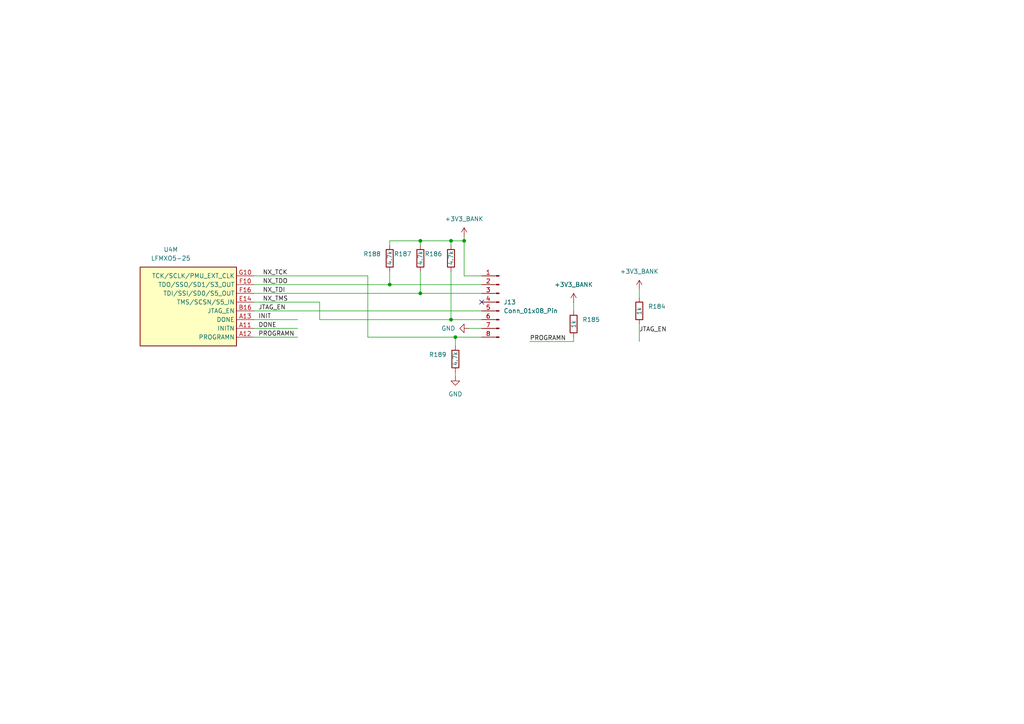
<source format=kicad_sch>
(kicad_sch (version 20231120) (generator "eeschema") (generator_version "8.0")
  (paper "A4")
  (lib_symbols
    (symbol "Connector:Conn_01x08_Pin" (pin_names (offset 1.016) hide)
      (property "Reference" "J" (at 0 10.16 0))
      (property "Value" "Conn_01x08_Pin" (at 0 -12.7 0))
      (symbol "Conn_01x08_Pin_1_1"
        (polyline (pts (xy 1.27 -10.16) (xy 0.8636 -10.16)) (stroke (width 0.1524)))
        (polyline (pts (xy 1.27 -7.62) (xy 0.8636 -7.62)) (stroke (width 0.1524)))
        (polyline (pts (xy 1.27 -5.08) (xy 0.8636 -5.08)) (stroke (width 0.1524)))
        (polyline (pts (xy 1.27 -2.54) (xy 0.8636 -2.54)) (stroke (width 0.1524)))
        (polyline (pts (xy 1.27 0) (xy 0.8636 0)) (stroke (width 0.1524)))
        (polyline (pts (xy 1.27 2.54) (xy 0.8636 2.54)) (stroke (width 0.1524)))
        (polyline (pts (xy 1.27 5.08) (xy 0.8636 5.08)) (stroke (width 0.1524)))
        (polyline (pts (xy 1.27 7.62) (xy 0.8636 7.62)) (stroke (width 0.1524)))
        (rectangle (start 0.8636 -10.033) (end 0 -10.287) (stroke (width 0.1524)) (fill (type outline)))
        (rectangle (start 0.8636 -7.493) (end 0 -7.747) (stroke (width 0.1524)) (fill (type outline)))
        (rectangle (start 0.8636 -4.953) (end 0 -5.207) (stroke (width 0.1524)) (fill (type outline)))
        (rectangle (start 0.8636 -2.413) (end 0 -2.667) (stroke (width 0.1524)) (fill (type outline)))
        (rectangle (start 0.8636 0.127) (end 0 -0.127) (stroke (width 0.1524)) (fill (type outline)))
        (rectangle (start 0.8636 2.667) (end 0 2.413) (stroke (width 0.1524)) (fill (type outline)))
        (rectangle (start 0.8636 5.207) (end 0 4.953) (stroke (width 0.1524)) (fill (type outline)))
        (rectangle (start 0.8636 7.747) (end 0 7.493) (stroke (width 0.1524)) (fill (type outline)))
        (pin passive line (at 5.08 7.62 180) (length 3.81) (name "Pin_1") (number "1"))
        (pin passive line (at 5.08 5.08 180) (length 3.81) (name "Pin_2") (number "2"))
        (pin passive line (at 5.08 2.54 180) (length 3.81) (name "Pin_3") (number "3"))
        (pin passive line (at 5.08 0 180) (length 3.81) (name "Pin_4") (number "4"))
        (pin passive line (at 5.08 -2.54 180) (length 3.81) (name "Pin_5") (number "5"))
        (pin passive line (at 5.08 -5.08 180) (length 3.81) (name "Pin_6") (number "6"))
        (pin passive line (at 5.08 -7.62 180) (length 3.81) (name "Pin_7") (number "7"))
        (pin passive line (at 5.08 -10.16 180) (length 3.81) (name "Pin_8") (number "8"))
      )
    )
    (symbol "Device:R" (pin_numbers hide) (pin_names (offset 0))
      (property "Reference" "R" (at 2.032 0 90))
      (property "Value" "R" (at 0 0 90))
      (symbol "R_0_1"
        (rectangle (start -1.016 -2.54) (end 1.016 2.54) (stroke (width 0.254)))
      )
      (symbol "R_1_1"
        (pin passive line (at 0 3.81 270) (length 1.27) (name "~") (number "1"))
        (pin passive line (at 0 -3.81 90) (length 1.27) (name "~") (number "2"))
      )
    )
    (symbol "MachOX5_NX_25:LFMXO5-25"
      (property "Reference" "U" (at 5.08 6.35 0))
      (property "Value" "LFMXO5-25" (at 5.08 3.81 0))
      (symbol "LFMXO5-25_1_1"
        (rectangle (start 5.08 2.54) (end 22.86 -60.96) (stroke (width 0.254)) (fill (type background)))
        (text "BANK0" (at 8.382 0.762 0) (effects (font (size 1.27 1.27))))
        (pin bidirectional line (at 27.94 -50.8 180) (length 5.08) (name "PT9A") (number "A2"))
        (pin bidirectional line (at 27.94 -53.34 180) (length 5.08) (name "PT9B") (number "A3"))
        (pin bidirectional line (at 27.94 -38.1 180) (length 5.08) (name "PT12B") (number "A4"))
        (pin bidirectional line (at 27.94 -20.32 180) (length 5.08) (name "PT15A") (number "A5"))
        (pin bidirectional line (at 27.94 -22.86 180) (length 5.08) (name "PT15B") (number "A6"))
        (pin bidirectional line (at 27.94 -7.62 180) (length 5.08) (name "PT22B") (number "A7"))
        (pin bidirectional line (at 27.94 -58.42 180) (length 5.08) (name "PT8B") (number "B2"))
        (pin bidirectional line (at 27.94 -48.26 180) (length 5.08) (name "PT10B") (number "B3"))
        (pin bidirectional line (at 27.94 -35.56 180) (length 5.08) (name "PT12A") (number "B4"))
        (pin bidirectional line (at 27.94 -27.94 180) (length 5.08) (name "PT14B") (number "B5"))
        (pin bidirectional line (at 27.94 -12.7 180) (length 5.08) (name "PT21B") (number "B6"))
        (pin bidirectional line (at 27.94 -5.08 180) (length 5.08) (name "PT22A") (number "B7"))
        (pin bidirectional line (at 27.94 -55.88 180) (length 5.08) (name "PT8A") (number "C2"))
        (pin bidirectional line (at 27.94 -45.72 180) (length 5.08) (name "PT10A") (number "C3"))
        (pin bidirectional line (at 0 -30.48 0) (length 5.08) (name "VCCIO0") (number "C4"))
        (pin bidirectional line (at 27.94 -25.4 180) (length 5.08) (name "PT14A") (number "C5"))
        (pin bidirectional line (at 27.94 -10.16 180) (length 5.08) (name "PT21A") (number "C6"))
        (pin bidirectional line (at 0 -27.94 0) (length 5.08) (name "VCCIO0") (number "C7"))
        (pin bidirectional line (at 27.94 -40.64 180) (length 5.08) (name "PT11A") (number "D3"))
        (pin bidirectional line (at 27.94 -33.02 180) (length 5.08) (name "PT13B") (number "D5"))
        (pin bidirectional line (at 27.94 -17.78 180) (length 5.08) (name "PT20B") (number "D6"))
        (pin bidirectional line (at 27.94 -43.18 180) (length 5.08) (name "PT11B") (number "E4"))
        (pin bidirectional line (at 27.94 -30.48 180) (length 5.08) (name "PT13A") (number "E5"))
        (pin bidirectional line (at 27.94 -15.24 180) (length 5.08) (name "PT20A") (number "E6"))
        (pin bidirectional line (at 27.94 -2.54 180) (length 5.08) (name "PT23B") (number "E8"))
        (pin bidirectional line (at 27.94 0 180) (length 5.08) (name "PT23A") (number "F8"))
      )
      (symbol "LFMXO5-25_2_1"
        (rectangle (start 5.08 2.54) (end 22.86 -73.66) (stroke (width 0.254)) (fill (type background)))
        (text "BANK1" (at 8.636 0.508 0) (effects (font (size 1.27 1.27))))
        (pin bidirectional line (at 27.94 -43.18 180) (length 5.08) (name "PT37A") (number "A10"))
        (pin bidirectional line (at 27.94 -22.86 180) (length 5.08) (name "PT53B") (number "A14"))
        (pin bidirectional line (at 27.94 -20.32 180) (length 5.08) (name "PT53A") (number "A15"))
        (pin bidirectional line (at 27.94 -66.04 180) (length 5.08) (name "PT33B") (number "A8"))
        (pin bidirectional line (at 27.94 -58.42 180) (length 5.08) (name "PT34A") (number "A9"))
        (pin bidirectional line (at 27.94 -45.72 180) (length 5.08) (name "PT37B") (number "B10"))
        (pin bidirectional line (at 27.94 -38.1 180) (length 5.08) (name "PT39A") (number "B11"))
        (pin bidirectional line (at 27.94 -30.48 180) (length 5.08) (name "PT51B") (number "B12"))
        (pin bidirectional line (at 27.94 -15.24 180) (length 5.08) (name "PT55A") (number "B13"))
        (pin bidirectional line (at 27.94 -7.62 180) (length 5.08) (name "PT57B") (number "B14"))
        (pin bidirectional line (at 27.94 -5.08 180) (length 5.08) (name "PT57A") (number "B15"))
        (pin bidirectional line (at 27.94 -63.5 180) (length 5.08) (name "PT33A") (number "B8"))
        (pin bidirectional line (at 27.94 -60.96 180) (length 5.08) (name "PT34B") (number "B9"))
        (pin bidirectional line (at 0 -35.56 0) (length 5.08) (name "VCCIO1") (number "C10"))
        (pin bidirectional line (at 27.94 -40.64 180) (length 5.08) (name "PT39B") (number "C11"))
        (pin bidirectional line (at 27.94 -17.78 180) (length 5.08) (name "PT55B") (number "C12"))
        (pin bidirectional line (at 0 -33.02 0) (length 5.08) (name "VCCIO1") (number "C13"))
        (pin bidirectional line (at 27.94 -2.54 180) (length 5.08) (name "PT58B") (number "C14"))
        (pin bidirectional line (at 27.94 0 180) (length 5.08) (name "PT58A") (number "C15"))
        (pin bidirectional line (at 27.94 -71.12 180) (length 5.08) (name "PT32B") (number "C8"))
        (pin bidirectional line (at 27.94 -53.34 180) (length 5.08) (name "PT35A") (number "C9"))
        (pin bidirectional line (at 27.94 -33.02 180) (length 5.08) (name "PT41A") (number "D11"))
        (pin bidirectional line (at 27.94 -25.4 180) (length 5.08) (name "PT52A") (number "D12"))
        (pin bidirectional line (at 27.94 -12.7 180) (length 5.08) (name "PT56B") (number "D14"))
        (pin bidirectional line (at 27.94 -10.16 180) (length 5.08) (name "PT56A") (number "D15"))
        (pin bidirectional line (at 27.94 -68.58 180) (length 5.08) (name "PT32A") (number "D8"))
        (pin bidirectional line (at 27.94 -55.88 180) (length 5.08) (name "PT35B") (number "D9"))
        (pin bidirectional line (at 27.94 -35.56 180) (length 5.08) (name "PT41B") (number "E11"))
        (pin bidirectional line (at 27.94 -27.94 180) (length 5.08) (name "PT52B") (number "E12"))
        (pin bidirectional line (at 27.94 -48.26 180) (length 5.08) (name "PT36A") (number "E9"))
        (pin bidirectional line (at 27.94 -50.8 180) (length 5.08) (name "PT36B") (number "F9"))
      )
      (symbol "LFMXO5-25_3_1"
        (rectangle (start 5.08 2.54) (end 45.72 -48.26) (stroke (width 0.254)) (fill (type background)))
        (text "BANK2" (at 9.398 0.508 0) (effects (font (size 1.27 1.27))))
        (pin bidirectional line (at 50.8 -45.72 180) (length 5.08) (name "PR2B") (number "C16"))
        (pin bidirectional line (at 50.8 -40.64 180) (length 5.08) (name "SD5/PCLKT2_0/S7_OUT") (number "D16"))
        (pin bidirectional line (at 50.8 -38.1 180) (length 5.08) (name "SD6/PCLKT2_1/S6_OUT") (number "E13"))
        (pin bidirectional line (at 50.8 -35.56 180) (length 5.08) (name "SD7/PCLKT2_2") (number "E15"))
        (pin bidirectional line (at 50.8 -43.18 180) (length 5.08) (name "SD10/S6_IN") (number "E16"))
        (pin bidirectional line (at 50.8 -27.94 180) (length 5.08) (name "SD3/SDA/USER_SDA/S4_IN") (number "F11"))
        (pin bidirectional line (at 50.8 -30.48 180) (length 5.08) (name "SD2/SCL/USER_SCL/S3_IN") (number "F12"))
        (pin bidirectional line (at 0 -20.32 0) (length 5.08) (name "VCCIO2") (number "F15"))
        (pin bidirectional line (at 50.8 -25.4 180) (length 5.08) (name "PMU_WAKEUPN/SD11/S4_OUT") (number "G11"))
        (pin bidirectional line (at 50.8 -20.32 180) (length 5.08) (name "PR9A") (number "G12"))
        (pin bidirectional line (at 50.8 -22.86 180) (length 5.08) (name "PR9B") (number "G13"))
        (pin bidirectional line (at 0 -22.86 0) (length 5.08) (name "VCCIO2") (number "G14"))
        (pin bidirectional line (at 50.8 -15.24 180) (length 5.08) (name "PR10A") (number "G16"))
        (pin bidirectional line (at 50.8 -33.02 180) (length 5.08) (name "PR6A") (number "G9"))
        (pin bidirectional line (at 50.8 -12.7 180) (length 5.08) (name "PR11B") (number "H10"))
        (pin bidirectional line (at 50.8 -5.08 180) (length 5.08) (name "PR12A") (number "H11"))
        (pin bidirectional line (at 50.8 -7.62 180) (length 5.08) (name "PR12B") (number "H12"))
        (pin bidirectional line (at 50.8 0 180) (length 5.08) (name "PR13A") (number "H13"))
        (pin bidirectional line (at 50.8 -2.54 180) (length 5.08) (name "PR13B") (number "H14"))
        (pin bidirectional line (at 50.8 -17.78 180) (length 5.08) (name "PR10B") (number "H16"))
        (pin bidirectional line (at 50.8 -10.16 180) (length 5.08) (name "PR11A") (number "H9"))
      )
      (symbol "LFMXO5-25_4_1"
        (rectangle (start 5.08 2.54) (end 22.86 -40.64) (stroke (width 0.254)) (fill (type background)))
        (text "BANK3" (at 8.636 0.762 0) (effects (font (size 1.27 1.27))))
        (pin bidirectional line (at 27.94 -35.56 180) (length 5.08) (name "PR23A") (number "H15"))
        (pin bidirectional line (at 27.94 -22.86 180) (length 5.08) (name "PR26B") (number "J10"))
        (pin bidirectional line (at 27.94 -20.32 180) (length 5.08) (name "PR26A") (number "J11"))
        (pin bidirectional line (at 27.94 -27.94 180) (length 5.08) (name "PR25B") (number "J12"))
        (pin bidirectional line (at 27.94 -25.4 180) (length 5.08) (name "PR25A") (number "J13"))
        (pin bidirectional line (at 27.94 -33.02 180) (length 5.08) (name "PR24B") (number "J14"))
        (pin bidirectional line (at 27.94 -30.48 180) (length 5.08) (name "PR24A") (number "J15"))
        (pin bidirectional line (at 27.94 -38.1 180) (length 5.08) (name "PR23B") (number "J16"))
        (pin bidirectional line (at 27.94 -5.08 180) (length 5.08) (name "PR36A") (number "K10"))
        (pin bidirectional line (at 27.94 -12.7 180) (length 5.08) (name "PR35B") (number "K11"))
        (pin bidirectional line (at 27.94 -10.16 180) (length 5.08) (name "PR35A") (number "K12"))
        (pin bidirectional line (at 0 -17.78 0) (length 5.08) (name "VCCIO3") (number "K14"))
        (pin bidirectional line (at 27.94 -17.78 180) (length 5.08) (name "PR34B") (number "K15"))
        (pin bidirectional line (at 27.94 -15.24 180) (length 5.08) (name "PR34A") (number "K16"))
        (pin bidirectional line (at 27.94 -7.62 180) (length 5.08) (name "PR36B") (number "K9"))
        (pin bidirectional line (at 27.94 -2.54 180) (length 5.08) (name "PR37B") (number "L15"))
        (pin bidirectional line (at 27.94 0 180) (length 5.08) (name "PR37A") (number "L16"))
      )
      (symbol "LFMXO5-25_5_1"
        (rectangle (start 5.08 2.54) (end 22.86 -30.48) (stroke (width 0.254)) (fill (type background)))
        (text "BANK4" (at 8.89 0.508 0) (effects (font (size 1.27 1.27))))
        (pin bidirectional line (at 27.94 -27.94 180) (length 5.08) (name "PR42B") (number "L13"))
        (pin bidirectional line (at 27.94 -25.4 180) (length 5.08) (name "PR42A") (number "L14"))
        (pin bidirectional line (at 27.94 -17.78 180) (length 5.08) (name "PR44B") (number "M13"))
        (pin bidirectional line (at 27.94 -15.24 180) (length 5.08) (name "PR44A") (number "M14"))
        (pin bidirectional line (at 27.94 -22.86 180) (length 5.08) (name "PR43B") (number "M15"))
        (pin bidirectional line (at 27.94 -20.32 180) (length 5.08) (name "PR43A") (number "M16"))
        (pin bidirectional line (at 0 -12.7 0) (length 5.08) (name "VCCIO4") (number "N13"))
        (pin bidirectional line (at 27.94 0 180) (length 5.08) (name "PR47A") (number "N14"))
        (pin bidirectional line (at 27.94 -12.7 180) (length 5.08) (name "PR45B") (number "N15"))
        (pin bidirectional line (at 27.94 -10.16 180) (length 5.08) (name "PR45A") (number "N16"))
        (pin bidirectional line (at 27.94 -2.54 180) (length 5.08) (name "PR47B") (number "P14"))
        (pin bidirectional line (at 27.94 -7.62 180) (length 5.08) (name "PR46B") (number "P15"))
        (pin bidirectional line (at 27.94 -5.08 180) (length 5.08) (name "PR46A") (number "P16"))
      )
      (symbol "LFMXO5-25_6_1"
        (rectangle (start 5.08 2.54) (end 22.86 -50.8) (stroke (width 0.254)) (fill (type background)))
        (text "BANK5" (at 8.636 0.508 0) (effects (font (size 1.27 1.27))))
        (pin bidirectional line (at 27.94 -17.78 180) (length 5.08) (name "PB44B") (number "L10"))
        (pin bidirectional line (at 27.94 -33.02 180) (length 5.08) (name "PB52B") (number "L11"))
        (pin bidirectional line (at 27.94 -48.26 180) (length 5.08) (name "PB60B") (number "L12"))
        (pin bidirectional line (at 27.94 -15.24 180) (length 5.08) (name "PB44A") (number "L9"))
        (pin bidirectional line (at 27.94 -30.48 180) (length 5.08) (name "PB52A") (number "M11"))
        (pin bidirectional line (at 27.94 -45.72 180) (length 5.08) (name "PB60A") (number "M12"))
        (pin bidirectional line (at 27.94 -5.08 180) (length 5.08) (name "PB40A") (number "M8"))
        (pin bidirectional line (at 27.94 -10.16 180) (length 5.08) (name "PB40B") (number "M9"))
        (pin bidirectional line (at 0 -22.86 0) (length 5.08) (name "VCCIO5") (number "N11"))
        (pin bidirectional line (at 27.94 -2.54 180) (length 5.08) (name "PB38B") (number "N9"))
        (pin bidirectional line (at 0 -25.4 0) (length 5.08) (name "VCCIO5") (number "P10"))
        (pin bidirectional line (at 27.94 -40.64 180) (length 5.08) (name "PB58A") (number "P11"))
        (pin bidirectional line (at 27.94 -43.18 180) (length 5.08) (name "PB58B") (number "P12"))
        (pin bidirectional line (at 27.94 0 180) (length 5.08) (name "PB38A") (number "P9"))
        (pin bidirectional line (at 27.94 -22.86 180) (length 5.08) (name "PB46B") (number "R10"))
        (pin bidirectional line (at 27.94 -27.94 180) (length 5.08) (name "PB50B") (number "R11"))
        (pin bidirectional line (at 27.94 -38.1 180) (length 5.08) (name "PB54B") (number "R12"))
        (pin bidirectional line (at 27.94 -12.7 180) (length 5.08) (name "PB42B") (number "R9"))
        (pin bidirectional line (at 27.94 -20.32 180) (length 5.08) (name "PB46A") (number "T10"))
        (pin bidirectional line (at 27.94 -25.4 180) (length 5.08) (name "PB50A") (number "T11"))
        (pin bidirectional line (at 27.94 -35.56 180) (length 5.08) (name "PB54A") (number "T12"))
        (pin bidirectional line (at 27.94 -7.62 180) (length 5.08) (name "PB42A") (number "T9"))
      )
      (symbol "LFMXO5-25_7_1"
        (rectangle (start 5.08 2.54) (end 22.86 -50.8) (stroke (width 0.254)) (fill (type background)))
        (text "BANK6" (at 8.636 0.762 0) (effects (font (size 1.27 1.27))))
        (pin bidirectional line (at 27.94 -30.48 180) (length 5.08) (name "PB16A") (number "L7"))
        (pin bidirectional line (at 27.94 -33.02 180) (length 5.08) (name "PB16B") (number "L8"))
        (pin bidirectional line (at 27.94 -25.4 180) (length 5.08) (name "PB14A") (number "M6"))
        (pin bidirectional line (at 27.94 -27.94 180) (length 5.08) (name "PB14B") (number "M7"))
        (pin bidirectional line (at 0 -22.86 0) (length 5.08) (name "VCCIO6") (number "N7"))
        (pin bidirectional line (at 27.94 -45.72 180) (length 5.08) (name "PB36A") (number "N8"))
        (pin bidirectional line (at 27.94 -15.24 180) (length 5.08) (name "PB10A") (number "P5"))
        (pin bidirectional line (at 0 -25.4 0) (length 5.08) (name "VCCIO6") (number "P6"))
        (pin bidirectional line (at 27.94 -48.26 180) (length 5.08) (name "PB36B") (number "P8"))
        (pin bidirectional line (at 27.94 0 180) (length 5.08) (name "PB2A") (number "R3"))
        (pin bidirectional line (at 27.94 -2.54 180) (length 5.08) (name "PB2B") (number "R4"))
        (pin bidirectional line (at 27.94 -17.78 180) (length 5.08) (name "PB10B") (number "R5"))
        (pin bidirectional line (at 27.94 -20.32 180) (length 5.08) (name "PB12A") (number "R6"))
        (pin bidirectional line (at 27.94 -22.86 180) (length 5.08) (name "PB12B") (number "R7"))
        (pin bidirectional line (at 27.94 -40.64 180) (length 5.08) (name "PB34A") (number "R8"))
        (pin bidirectional line (at 27.94 -5.08 180) (length 5.08) (name "PB6A") (number "T2"))
        (pin bidirectional line (at 27.94 -7.62 180) (length 5.08) (name "PB6B") (number "T3"))
        (pin bidirectional line (at 27.94 -10.16 180) (length 5.08) (name "PB8A") (number "T4"))
        (pin bidirectional line (at 27.94 -12.7 180) (length 5.08) (name "PB8B") (number "T5"))
        (pin bidirectional line (at 27.94 -35.56 180) (length 5.08) (name "PB18A") (number "T6"))
        (pin bidirectional line (at 27.94 -38.1 180) (length 5.08) (name "PB18B") (number "T7"))
        (pin bidirectional line (at 27.94 -43.18 180) (length 5.08) (name "PB34B") (number "T8"))
      )
      (symbol "LFMXO5-25_8_1"
        (rectangle (start 5.08 2.54) (end 22.86 -30.48) (stroke (width 0.254)) (fill (type background)))
        (text "BANK7" (at 8.89 0.762 0) (effects (font (size 1.27 1.27))))
        (pin bidirectional line (at 27.94 0 180) (length 5.08) (name "PL42A") (number "M2"))
        (pin bidirectional line (at 27.94 -2.54 180) (length 5.08) (name "PL42B") (number "M3"))
        (pin bidirectional line (at 27.94 -5.08 180) (length 5.08) (name "PL43A") (number "M4"))
        (pin bidirectional line (at 27.94 -7.62 180) (length 5.08) (name "PL43B") (number "M5"))
        (pin bidirectional line (at 27.94 -10.16 180) (length 5.08) (name "PL44A") (number "N1"))
        (pin bidirectional line (at 27.94 -12.7 180) (length 5.08) (name "PL44B") (number "N2"))
        (pin bidirectional line (at 0 -12.7 0) (length 5.08) (name "VCCIO7") (number "N3"))
        (pin bidirectional line (at 27.94 -15.24 180) (length 5.08) (name "PL45A") (number "P1"))
        (pin bidirectional line (at 27.94 -17.78 180) (length 5.08) (name "PL45B") (number "P2"))
        (pin bidirectional line (at 27.94 -20.32 180) (length 5.08) (name "PL46A") (number "P3"))
        (pin bidirectional line (at 27.94 -22.86 180) (length 5.08) (name "PL46B") (number "P4"))
        (pin bidirectional line (at 27.94 -25.4 180) (length 5.08) (name "PL47A") (number "R1"))
        (pin bidirectional line (at 27.94 -27.94 180) (length 5.08) (name "PL47B") (number "R2"))
      )
      (symbol "LFMXO5-25_9_1"
        (rectangle (start 5.08 2.54) (end 22.86 -40.64) (stroke (width 0.254)) (fill (type background)))
        (text "BANK8" (at 9.144 0.762 0) (effects (font (size 1.27 1.27))))
        (pin bidirectional line (at 27.94 0 180) (length 5.08) (name "PL23A") (number "J2"))
        (pin bidirectional line (at 27.94 -2.54 180) (length 5.08) (name "PL23B") (number "J3"))
        (pin bidirectional line (at 27.94 -5.08 180) (length 5.08) (name "PL24A") (number "J4"))
        (pin bidirectional line (at 27.94 -7.62 180) (length 5.08) (name "PL24B") (number "J5"))
        (pin bidirectional line (at 27.94 -15.24 180) (length 5.08) (name "PL26A") (number "J6"))
        (pin bidirectional line (at 27.94 -10.16 180) (length 5.08) (name "PL25A") (number "K1"))
        (pin bidirectional line (at 27.94 -12.7 180) (length 5.08) (name "PL25B") (number "K2"))
        (pin bidirectional line (at 0 -17.78 0) (length 5.08) (name "VCCIO8") (number "K3"))
        (pin bidirectional line (at 27.94 -30.48 180) (length 5.08) (name "PL36A") (number "K5"))
        (pin bidirectional line (at 27.94 -17.78 180) (length 5.08) (name "PL26B") (number "K6"))
        (pin bidirectional line (at 27.94 -35.56 180) (length 5.08) (name "PL37A") (number "L1"))
        (pin bidirectional line (at 27.94 -20.32 180) (length 5.08) (name "PL34A") (number "L2"))
        (pin bidirectional line (at 27.94 -22.86 180) (length 5.08) (name "PL34B") (number "L3"))
        (pin bidirectional line (at 27.94 -25.4 180) (length 5.08) (name "PL35A") (number "L4"))
        (pin bidirectional line (at 27.94 -27.94 180) (length 5.08) (name "PL35B") (number "L5"))
        (pin bidirectional line (at 27.94 -33.02 180) (length 5.08) (name "PL36B") (number "L6"))
        (pin bidirectional line (at 27.94 -38.1 180) (length 5.08) (name "PL37B") (number "M1"))
      )
      (symbol "LFMXO5-25_10_1"
        (rectangle (start 5.08 2.54) (end 22.86 -60.96) (stroke (width 0.254)) (fill (type background)))
        (text "BANK9" (at 8.89 0.508 0) (effects (font (size 1.27 1.27))))
        (pin bidirectional line (at 27.94 0 180) (length 5.08) (name "PL2A") (number "B1"))
        (pin bidirectional line (at 27.94 -2.54 180) (length 5.08) (name "PL2B") (number "C1"))
        (pin bidirectional line (at 27.94 -7.62 180) (length 5.08) (name "PL3B") (number "D1"))
        (pin bidirectional line (at 27.94 -5.08 180) (length 5.08) (name "PL3A") (number "D2"))
        (pin bidirectional line (at 27.94 -15.24 180) (length 5.08) (name "PL5A") (number "E1"))
        (pin bidirectional line (at 27.94 -12.7 180) (length 5.08) (name "PL4B") (number "E2"))
        (pin bidirectional line (at 27.94 -10.16 180) (length 5.08) (name "PL4A") (number "E3"))
        (pin bidirectional line (at 27.94 -17.78 180) (length 5.08) (name "PL5B") (number "F1"))
        (pin bidirectional line (at 0 -30.48 0) (length 5.08) (name "VCCIO9") (number "F2"))
        (pin bidirectional line (at 27.94 -27.94 180) (length 5.08) (name "PL7B") (number "F5"))
        (pin bidirectional line (at 27.94 -25.4 180) (length 5.08) (name "PL7A") (number "F6"))
        (pin bidirectional line (at 27.94 -20.32 180) (length 5.08) (name "PL6A") (number "F7"))
        (pin bidirectional line (at 27.94 -38.1 180) (length 5.08) (name "PL9B") (number "G1"))
        (pin bidirectional line (at 27.94 -35.56 180) (length 5.08) (name "PL9A") (number "G2"))
        (pin bidirectional line (at 0 -27.94 0) (length 5.08) (name "VCCIO9") (number "G3"))
        (pin bidirectional line (at 27.94 -33.02 180) (length 5.08) (name "PL8B") (number "G5"))
        (pin bidirectional line (at 27.94 -30.48 180) (length 5.08) (name "PL8A") (number "G6"))
        (pin bidirectional line (at 27.94 -22.86 180) (length 5.08) (name "PL6B") (number "G7"))
        (pin bidirectional line (at 27.94 -55.88 180) (length 5.08) (name "PL13A") (number "H1"))
        (pin bidirectional line (at 27.94 -53.34 180) (length 5.08) (name "PL12B") (number "H2"))
        (pin bidirectional line (at 27.94 -50.8 180) (length 5.08) (name "PL12A") (number "H3"))
        (pin bidirectional line (at 27.94 -48.26 180) (length 5.08) (name "PL11B") (number "H4"))
        (pin bidirectional line (at 27.94 -45.72 180) (length 5.08) (name "PL11A") (number "H5"))
        (pin bidirectional line (at 27.94 -43.18 180) (length 5.08) (name "PL10B") (number "H6"))
        (pin bidirectional line (at 27.94 -40.64 180) (length 5.08) (name "PL10A") (number "H7"))
        (pin bidirectional line (at 27.94 -58.42 180) (length 5.08) (name "PL13B") (number "J1"))
      )
      (symbol "LFMXO5-25_11_1"
        (rectangle (start 5.08 2.54) (end 17.78 -15.24) (stroke (width 0.254)) (fill (type background)))
        (pin bidirectional line (at 22.86 -5.08 180) (length 5.08) (name "ADC_DP0") (number "R14"))
        (pin bidirectional line (at 22.86 -10.16 180) (length 5.08) (name "ADC_DN0") (number "R15"))
        (pin bidirectional line (at 22.86 0 180) (length 5.08) (name "ADC_REFP0") (number "R16"))
        (pin bidirectional line (at 22.86 -12.7 180) (length 5.08) (name "ADC_DN1") (number "T13"))
        (pin bidirectional line (at 22.86 -7.62 180) (length 5.08) (name "ADC_DP1") (number "T14"))
        (pin bidirectional line (at 22.86 -2.54 180) (length 5.08) (name "ADC_REFP1") (number "T15"))
      )
      (symbol "LFMXO5-25_12_1"
        (rectangle (start 5.08 2.54) (end 10.16 -55.88) (stroke (width 0.254)) (fill (type background)))
        (pin bidirectional line (at 15.24 -50.8 180) (length 5.08) (name "VSS") (number "A1"))
        (pin bidirectional line (at 15.24 0 180) (length 5.08) (name "VSS") (number "A16"))
        (pin bidirectional line (at 15.24 -17.78 180) (length 5.08) (name "VSS") (number "D10"))
        (pin bidirectional line (at 15.24 -10.16 180) (length 5.08) (name "VSS") (number "D13"))
        (pin bidirectional line (at 15.24 -38.1 180) (length 5.08) (name "VSS") (number "D4"))
        (pin bidirectional line (at 15.24 -27.94 180) (length 5.08) (name "VSS") (number "D7"))
        (pin bidirectional line (at 15.24 -7.62 180) (length 5.08) (name "VSS") (number "F14"))
        (pin bidirectional line (at 15.24 -48.26 180) (length 5.08) (name "VSS") (number "F3"))
        (pin bidirectional line (at 15.24 -5.08 180) (length 5.08) (name "VSS") (number "G15"))
        (pin bidirectional line (at 15.24 -40.64 180) (length 5.08) (name "VSS") (number "G4"))
        (pin bidirectional line (at 15.24 -22.86 180) (length 5.08) (name "VSS") (number "H8"))
        (pin bidirectional line (at 15.24 -30.48 180) (length 5.08) (name "VSS") (number "J7"))
        (pin bidirectional line (at 15.24 -25.4 180) (length 5.08) (name "VSS") (number "J8"))
        (pin bidirectional line (at 15.24 -12.7 180) (length 5.08) (name "VSS") (number "K13"))
        (pin bidirectional line (at 15.24 -43.18 180) (length 5.08) (name "VSS") (number "K4"))
        (pin bidirectional line (at 15.24 -20.32 180) (length 5.08) (name "VSS") (number "N10"))
        (pin bidirectional line (at 15.24 -15.24 180) (length 5.08) (name "VSS") (number "N12"))
        (pin bidirectional line (at 15.24 -45.72 180) (length 5.08) (name "VSS") (number "N4"))
        (pin bidirectional line (at 15.24 -35.56 180) (length 5.08) (name "VSS") (number "N6"))
        (pin bidirectional line (at 15.24 -33.02 180) (length 5.08) (name "VSS") (number "P7"))
        (pin bidirectional line (at 15.24 -53.34 180) (length 5.08) (name "VSS") (number "T1"))
        (pin bidirectional line (at 15.24 -2.54 180) (length 5.08) (name "VSS") (number "T16"))
      )
      (symbol "LFMXO5-25_13_1"
        (rectangle (start 5.08 2.54) (end 33.02 -20.32) (stroke (width 0.254)) (fill (type background)))
        (pin bidirectional line (at 38.1 -15.24 180) (length 5.08) (name "INITN") (number "A11"))
        (pin bidirectional line (at 38.1 -17.78 180) (length 5.08) (name "PROGRAMN") (number "A12"))
        (pin bidirectional line (at 38.1 -12.7 180) (length 5.08) (name "DONE") (number "A13"))
        (pin bidirectional line (at 38.1 -10.16 180) (length 5.08) (name "JTAG_EN") (number "B16"))
        (pin bidirectional line (at 38.1 -7.62 180) (length 5.08) (name "TMS/SCSN/S5_IN") (number "E14"))
        (pin bidirectional line (at 38.1 -2.54 180) (length 5.08) (name "TDO/SSO/SD1/S3_OUT") (number "F10"))
        (pin bidirectional line (at 38.1 -5.08 180) (length 5.08) (name "TDI/SSI/SD0/S5_OUT") (number "F16"))
        (pin bidirectional line (at 38.1 0 180) (length 5.08) (name "TCK/SCLK/PMU_EXT_CLK") (number "G10"))
      )
      (symbol "LFMXO5-25_14_1"
        (rectangle (start 5.08 2.54) (end 17.78 -50.8) (stroke (width 0.254)) (fill (type background)))
        (pin bidirectional line (at 22.86 -26.67 180) (length 5.08) (name "VCCAUX") (number "E10"))
        (pin bidirectional line (at 22.86 -38.1 180) (length 5.08) (name "VCCAUXA") (number "E7"))
        (pin bidirectional line (at 22.86 0 180) (length 5.08) (name "VCC") (number "F13"))
        (pin bidirectional line (at 22.86 -5.08 180) (length 5.08) (name "VCC") (number "F4"))
        (pin bidirectional line (at 22.86 -35.56 180) (length 5.08) (name "VCCAUXA") (number "G8"))
        (pin bidirectional line (at 22.86 -29.21 180) (length 5.08) (name "VCCAUX") (number "J9"))
        (pin bidirectional line (at 22.86 -2.54 180) (length 5.08) (name "VCC") (number "K7"))
        (pin bidirectional line (at 22.86 -15.24 180) (length 5.08) (name "VCCECLK") (number "K8"))
        (pin bidirectional line (at 22.86 -45.72 180) (length 5.08) (name "VCCAUXH5") (number "M10"))
        (pin bidirectional line (at 22.86 -48.26 180) (length 5.08) (name "VCCAUXH6") (number "N5"))
        (pin bidirectional line (at 22.86 -10.16 180) (length 5.08) (name "VSSADC") (number "P13"))
        (pin bidirectional line (at 22.86 -20.32 180) (length 5.08) (name "VCCADC18") (number "R13"))
      )
    )
    (symbol "power:+3V3" (power) (pin_numbers hide) (pin_names (offset 0) hide)
      (property "Value" "+3V3" (at 0 3.556 0))
      (symbol "+3V3_0_1"
        (polyline (pts (xy -0.762 1.27) (xy 0 2.54)))
        (polyline (pts (xy 0 0) (xy 0 2.54)))
        (polyline (pts (xy 0 2.54) (xy 0.762 1.27)))
      )
      (symbol "+3V3_1_1"
        (pin power_in line (at 0 0 90) (length 0) (name "~") (number "1"))
      )
    )
    (symbol "power:GND" (power) (pin_numbers hide) (pin_names (offset 0) hide)
      (property "Value" "GND" (at 0 -3.81 0))
      (symbol "GND_0_1"
        (polyline (pts (xy 0 0) (xy 0 -1.27) (xy 1.27 -1.27) (xy 0 -2.54) (xy -1.27 -1.27) (xy 0 -1.27)))
      )
      (symbol "GND_1_1"
        (pin power_in line (at 0 0 270) (length 0) (name "~") (number "1"))
      )
    )
  )
  (junction (at 130.81 69.85))
  (junction (at 134.62 69.85))
  (junction (at 113.03 82.55))
  (junction (at 121.92 85.09))
  (junction (at 132.08 97.79))
  (junction (at 121.92 69.85))
  (junction (at 130.81 92.71))
  (no_connect (at 139.7 87.63))
  (wire (pts (xy 73.66 82.55) (xy 113.03 82.55)))
  (wire (pts (xy 185.42 83.82) (xy 185.42 86.36)))
  (wire (pts (xy 139.7 97.79) (xy 132.08 97.79)))
  (wire (pts (xy 73.66 90.17) (xy 139.7 90.17)))
  (wire (pts (xy 92.71 87.63) (xy 92.71 92.71)))
  (wire (pts (xy 106.68 97.79) (xy 132.08 97.79)))
  (wire (pts (xy 153.67 99.06) (xy 166.37 99.06)))
  (wire (pts (xy 139.7 85.09) (xy 121.92 85.09)))
  (wire (pts (xy 113.03 71.12) (xy 113.03 69.85)))
  (wire (pts (xy 92.71 92.71) (xy 130.81 92.71)))
  (wire (pts (xy 73.66 80.01) (xy 106.68 80.01)))
  (wire (pts (xy 166.37 87.63) (xy 166.37 90.17)))
  (wire (pts (xy 166.37 97.79) (xy 166.37 99.06)))
  (wire (pts (xy 139.7 80.01) (xy 134.62 80.01)))
  (wire (pts (xy 134.62 68.58) (xy 134.62 69.85)))
  (wire (pts (xy 73.66 95.25) (xy 86.36 95.25)))
  (wire (pts (xy 130.81 78.74) (xy 130.81 92.71)))
  (wire (pts (xy 121.92 69.85) (xy 121.92 71.12)))
  (wire (pts (xy 121.92 69.85) (xy 113.03 69.85)))
  (wire (pts (xy 121.92 78.74) (xy 121.92 85.09)))
  (wire (pts (xy 113.03 78.74) (xy 113.03 82.55)))
  (wire (pts (xy 73.66 85.09) (xy 121.92 85.09)))
  (wire (pts (xy 134.62 80.01) (xy 134.62 69.85)))
  (wire (pts (xy 130.81 71.12) (xy 130.81 69.85)))
  (wire (pts (xy 73.66 92.71) (xy 86.36 92.71)))
  (wire (pts (xy 130.81 69.85) (xy 121.92 69.85)))
  (wire (pts (xy 185.42 93.98) (xy 185.42 99.06)))
  (wire (pts (xy 73.66 87.63) (xy 92.71 87.63)))
  (wire (pts (xy 132.08 107.95) (xy 132.08 109.22)))
  (wire (pts (xy 73.66 97.79) (xy 86.36 97.79)))
  (wire (pts (xy 132.08 97.79) (xy 132.08 100.33)))
  (wire (pts (xy 106.68 80.01) (xy 106.68 97.79)))
  (wire (pts (xy 134.62 69.85) (xy 130.81 69.85)))
  (wire (pts (xy 139.7 92.71) (xy 130.81 92.71)))
  (wire (pts (xy 139.7 95.25) (xy 135.89 95.25)))
  (wire (pts (xy 139.7 82.55) (xy 113.03 82.55)))
  (label "JTAG_EN" (at 74.93 90.17 0))
  (label "PROGRAMN" (at 74.93 97.79 0))
  (label "NX_TDI" (at 76.2 85.09 0))
  (label "NX_TCK" (at 76.2 80.01 0))
  (label "PROGRAMN" (at 153.67 99.06 0))
  (label "INIT" (at 74.93 92.71 0))
  (label "NX_TDO" (at 76.2 82.55 0))
  (label "DONE" (at 74.93 95.25 0))
  (label "JTAG_EN" (at 185.42 96.52 0))
  (label "NX_TMS" (at 76.2 87.63 0))
  (symbol (lib_id "Device:R") (at 130.81 74.93 0) (mirror y) (unit 1)
    (property "Reference" "R186" (at 128.27 73.6599 0) (effects (justify left)))
    (property "Value" "4.7k" (at 130.81 76.962 90) (effects (justify left)))
    (property "Footprint" "Resistor_SMD:R_0402_1005Metric" (effects (hide yes)))
    (property "Description" "Resistor" (effects (hide yes)))
  )
  (symbol (lib_id "Device:R") (at 166.37 93.98 0) (unit 1)
    (property "Reference" "R185" (at 168.91 92.7099 0) (effects (justify left)))
    (property "Value" "1k" (at 166.37 95.25 90) (effects (justify left)))
    (property "Footprint" "Resistor_SMD:R_0402_1005Metric" (effects (hide yes)))
    (property "Description" "Resistor" (effects (hide yes)))
  )
  (symbol (lib_id "power:+3V3") (at 166.37 87.63 0) (unit 1)
    (property "Reference" "#PWR092" (effects (hide yes)))
    (property "Value" "+3V3_BANK" (at 166.37 82.55 0))
    (property "Description" "Power symbol creates a global label with name \"+3V3\"" (effects (hide yes)))
  )
  (symbol (lib_id "Device:R") (at 121.92 74.93 0) (mirror y) (unit 1)
    (property "Reference" "R187" (at 119.38 73.6599 0) (effects (justify left)))
    (property "Value" "4.7k" (at 121.92 76.962 90) (effects (justify left)))
    (property "Footprint" "Resistor_SMD:R_0402_1005Metric" (effects (hide yes)))
    (property "Description" "Resistor" (effects (hide yes)))
  )
  (symbol (lib_id "MachOX5_NX_25:LFMXO5-25") (at 35.56 80.01 0) (unit 13)
    (property "Reference" "U4" (at 49.53 72.39 0))
    (property "Value" "LFMXO5-25" (at 49.53 74.93 0))
    (property "Footprint" "Package_BGA:BGA-256_14.0x14.0mm_Layout16x16_P0.8mm_Ball0.45mm_Pad0.32mm_NSMD" (effects (hide yes)))
  )
  (symbol (lib_id "power:+3V3") (at 134.62 68.58 0) (mirror y) (unit 1)
    (property "Reference" "#PWR011" (effects (hide yes)))
    (property "Value" "+3V3_BANK" (at 134.62 63.5 0))
    (property "Description" "Power symbol creates a global label with name \"+3V3\"" (effects (hide yes)))
  )
  (symbol (lib_id "power:GND") (at 132.08 109.22 0) (mirror y) (unit 1)
    (property "Reference" "#PWR074" (effects (hide yes)))
    (property "Value" "GND" (at 132.08 114.3 0))
    (property "Description" "Power symbol creates a global label with name \"GND\" , ground" (effects (hide yes)))
  )
  (symbol (lib_id "power:+3V3") (at 185.42 83.82 0) (unit 1)
    (property "Reference" "#PWR091" (effects (hide yes)))
    (property "Value" "+3V3_BANK" (at 185.42 78.74 0))
    (property "Description" "Power symbol creates a global label with name \"+3V3\"" (effects (hide yes)))
  )
  (symbol (lib_id "power:GND") (at 135.89 95.25 270) (mirror x) (unit 1)
    (property "Reference" "#PWR022" (effects (hide yes)))
    (property "Value" "GND" (at 132.08 95.2499 90) (effects (justify right)))
    (property "Description" "Power symbol creates a global label with name \"GND\" , ground" (effects (hide yes)))
  )
  (symbol (lib_id "Connector:Conn_01x08_Pin") (at 144.78 87.63 0) (mirror y) (unit 1)
    (property "Reference" "J13" (at 146.05 87.6299 0) (effects (justify right)))
    (property "Value" "Conn_01x08_Pin" (at 146.05 90.1699 0) (effects (justify right)))
    (property "Footprint" "Connector_PinHeader_1.27mm:PinHeader_1x08_P1.27mm_Vertical" (effects (hide yes)))
    (property "Description" "Generic connector, single row, 01x08, script generated" (effects (hide yes)))
  )
  (symbol (lib_id "Device:R") (at 113.03 74.93 0) (mirror y) (unit 1)
    (property "Reference" "R188" (at 110.49 73.6599 0) (effects (justify left)))
    (property "Value" "4.7k" (at 113.03 76.962 90) (effects (justify left)))
    (property "Footprint" "Resistor_SMD:R_0402_1005Metric" (effects (hide yes)))
    (property "Description" "Resistor" (effects (hide yes)))
  )
  (symbol (lib_id "Device:R") (at 132.08 104.14 0) (mirror y) (unit 1)
    (property "Reference" "R189" (at 129.54 102.8699 0) (effects (justify left)))
    (property "Value" "4.7k" (at 132.08 106.172 90) (effects (justify left)))
    (property "Footprint" "Resistor_SMD:R_0402_1005Metric" (effects (hide yes)))
    (property "Description" "Resistor" (effects (hide yes)))
  )
  (symbol (lib_id "Device:R") (at 185.42 90.17 0) (unit 1)
    (property "Reference" "R184" (at 187.96 88.8999 0) (effects (justify left)))
    (property "Value" "1k" (at 185.42 91.44 90) (effects (justify left)))
    (property "Footprint" "Resistor_SMD:R_0402_1005Metric" (effects (hide yes)))
    (property "Description" "Resistor" (effects (hide yes)))
  )
)
</source>
